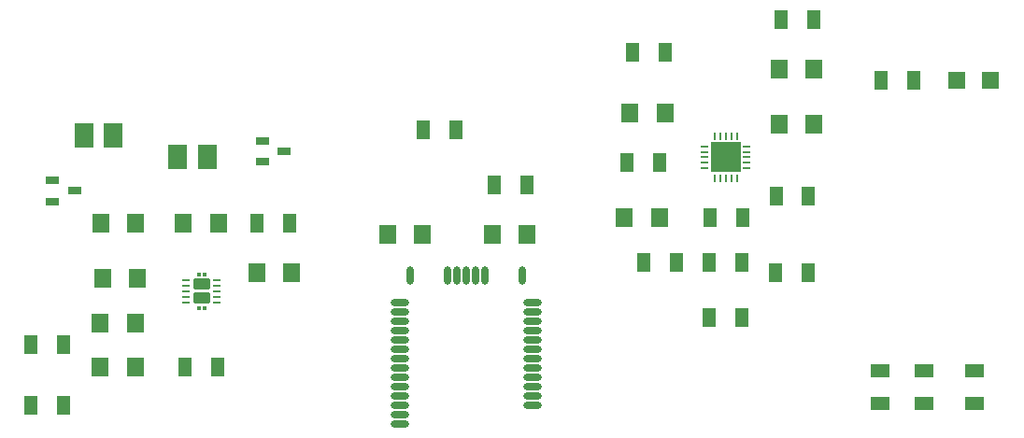
<source format=gbr>
%TF.GenerationSoftware,KiCad,Pcbnew,8.0.1*%
%TF.CreationDate,2024-04-01T02:15:42+02:00*%
%TF.ProjectId,ef_hbmob,65665f68-626d-46f6-922e-6b696361645f,rev?*%
%TF.SameCoordinates,Original*%
%TF.FileFunction,Paste,Top*%
%TF.FilePolarity,Positive*%
%FSLAX46Y46*%
G04 Gerber Fmt 4.6, Leading zero omitted, Abs format (unit mm)*
G04 Created by KiCad (PCBNEW 8.0.1) date 2024-04-01 02:15:42*
%MOMM*%
%LPD*%
G01*
G04 APERTURE LIST*
G04 Aperture macros list*
%AMRoundRect*
0 Rectangle with rounded corners*
0 $1 Rounding radius*
0 $2 $3 $4 $5 $6 $7 $8 $9 X,Y pos of 4 corners*
0 Add a 4 corners polygon primitive as box body*
4,1,4,$2,$3,$4,$5,$6,$7,$8,$9,$2,$3,0*
0 Add four circle primitives for the rounded corners*
1,1,$1+$1,$2,$3*
1,1,$1+$1,$4,$5*
1,1,$1+$1,$6,$7*
1,1,$1+$1,$8,$9*
0 Add four rect primitives between the rounded corners*
20,1,$1+$1,$2,$3,$4,$5,0*
20,1,$1+$1,$4,$5,$6,$7,0*
20,1,$1+$1,$6,$7,$8,$9,0*
20,1,$1+$1,$8,$9,$2,$3,0*%
G04 Aperture macros list end*
%ADD10R,1.210000X1.700000*%
%ADD11R,1.490000X1.730000*%
%ADD12R,1.790000X2.200000*%
%ADD13R,1.700000X1.210000*%
%ADD14R,1.250000X0.700000*%
%ADD15RoundRect,0.025000X-0.100000X-0.145000X0.100000X-0.145000X0.100000X0.145000X-0.100000X0.145000X0*%
%ADD16RoundRect,0.106000X-0.644000X-0.424000X0.644000X-0.424000X0.644000X0.424000X-0.644000X0.424000X0*%
%ADD17RoundRect,0.060000X-0.240000X-0.060000X0.240000X-0.060000X0.240000X0.060000X-0.240000X0.060000X0*%
%ADD18R,1.190000X1.730000*%
%ADD19R,0.280000X0.660000*%
%ADD20R,0.660000X0.280000*%
%ADD21R,2.700000X2.700000*%
%ADD22O,1.700000X0.600000*%
%ADD23O,0.600000X1.700000*%
%ADD24R,1.630000X1.600000*%
G04 APERTURE END LIST*
D10*
%TO.C,R11*%
X95507157Y-55967157D03*
X98467157Y-55967157D03*
%TD*%
%TO.C,R18*%
X80507157Y-64467157D03*
X83467157Y-64467157D03*
%TD*%
%TO.C,R8*%
X127507157Y-68967157D03*
X130467157Y-68967157D03*
%TD*%
D11*
%TO.C,C9*%
X66467157Y-69467157D03*
X69647157Y-69467157D03*
%TD*%
D12*
%TO.C,D1*%
X64787157Y-56467157D03*
X67467157Y-56467157D03*
%TD*%
D13*
%TO.C,R17*%
X145467157Y-80797157D03*
X145467157Y-77837157D03*
%TD*%
D10*
%TO.C,R7*%
X130927157Y-45967157D03*
X127967157Y-45967157D03*
%TD*%
%TO.C,R5*%
X121507157Y-63967157D03*
X124467157Y-63967157D03*
%TD*%
D14*
%TO.C,Q3*%
X80967157Y-56967157D03*
X80967157Y-58867157D03*
X82967157Y-57917157D03*
%TD*%
D11*
%TO.C,C8*%
X69467157Y-77467157D03*
X66287157Y-77467157D03*
%TD*%
D15*
%TO.C,U2*%
X75217157Y-69067157D03*
X75217157Y-72127157D03*
D16*
X75467157Y-69967157D03*
X75467157Y-71227157D03*
D15*
X75717157Y-69067157D03*
X75717157Y-72127157D03*
D17*
X74067157Y-69597157D03*
X74067157Y-70097157D03*
X74067157Y-70597157D03*
X74067157Y-71097157D03*
X74067157Y-71597157D03*
X76867157Y-71597157D03*
X76867157Y-71097157D03*
X76867157Y-70597157D03*
X76867157Y-70097157D03*
X76867157Y-69597157D03*
%TD*%
D11*
%TO.C,C5*%
X113787157Y-63967157D03*
X116967157Y-63967157D03*
%TD*%
D10*
%TO.C,R1*%
X60007157Y-80967157D03*
X62967157Y-80967157D03*
%TD*%
D11*
%TO.C,C2*%
X127787157Y-50467157D03*
X130967157Y-50467157D03*
%TD*%
%TO.C,C11*%
X114287157Y-54467157D03*
X117467157Y-54467157D03*
%TD*%
%TO.C,C10*%
X73787157Y-64467157D03*
X76967157Y-64467157D03*
%TD*%
D12*
%TO.C,D2*%
X75967157Y-58467157D03*
X73287157Y-58467157D03*
%TD*%
D18*
%TO.C,F1*%
X130467157Y-61967157D03*
X127567157Y-61967157D03*
%TD*%
D11*
%TO.C,C3*%
X101787157Y-65467157D03*
X104967157Y-65467157D03*
%TD*%
D10*
%TO.C,R3*%
X114007157Y-58967157D03*
X116967157Y-58967157D03*
%TD*%
D14*
%TO.C,Q1*%
X61967157Y-60567157D03*
X61967157Y-62467157D03*
X63967157Y-61517157D03*
%TD*%
D11*
%TO.C,C6*%
X92287157Y-65467157D03*
X95467157Y-65467157D03*
%TD*%
%TO.C,C1*%
X66320000Y-64467157D03*
X69500000Y-64467157D03*
%TD*%
D13*
%TO.C,R16*%
X140967157Y-80797157D03*
X140967157Y-77837157D03*
%TD*%
D10*
%TO.C,R14*%
X139967157Y-51467157D03*
X137007157Y-51467157D03*
%TD*%
%TO.C,R10*%
X73967157Y-77467157D03*
X76927157Y-77467157D03*
%TD*%
D19*
%TO.C,BT2*%
X121967157Y-60377157D03*
X122467157Y-60377157D03*
X122967157Y-60377157D03*
X123467157Y-60377157D03*
X123967157Y-60377157D03*
D20*
X124877157Y-59467157D03*
X124877157Y-58967157D03*
X124877157Y-58467157D03*
X124877157Y-57967157D03*
X124877157Y-57467157D03*
D19*
X123967157Y-56557157D03*
X123467157Y-56557157D03*
X122967157Y-56557157D03*
X122467157Y-56557157D03*
X121967157Y-56557157D03*
D20*
X121057157Y-57467157D03*
X121057157Y-57967157D03*
X121057157Y-58467157D03*
X121057157Y-58967157D03*
X121057157Y-59467157D03*
D21*
X122967157Y-58467157D03*
%TD*%
D11*
%TO.C,C4*%
X127787157Y-55467157D03*
X130967157Y-55467157D03*
%TD*%
D22*
%TO.C,U1*%
X105467157Y-80967157D03*
X105467157Y-80116834D03*
X105467157Y-79266543D03*
X105467157Y-78416253D03*
X105467157Y-77565962D03*
X105467157Y-76715672D03*
X105467157Y-75865382D03*
X105467157Y-75015091D03*
X105467157Y-74164801D03*
X105467157Y-73314510D03*
X105467157Y-72464220D03*
X105467157Y-71607730D03*
D23*
X104561442Y-69157717D03*
X101163348Y-69157717D03*
X100313825Y-69157717D03*
X99464302Y-69157717D03*
X98614778Y-69157717D03*
X97765255Y-69157717D03*
X94366687Y-69157717D03*
D22*
X93467158Y-71613930D03*
X93467158Y-72464223D03*
X93467158Y-73314516D03*
X93467158Y-74164809D03*
X93467158Y-75015101D03*
X93467158Y-75865394D03*
X93467158Y-76715687D03*
X93467158Y-77565980D03*
X93467158Y-78416273D03*
X93467158Y-79266566D03*
X93467158Y-80116859D03*
X93467158Y-80967152D03*
X93467158Y-81817445D03*
X93467158Y-82667738D03*
%TD*%
D10*
%TO.C,R9*%
X124427157Y-72967157D03*
X121467157Y-72967157D03*
%TD*%
D11*
%TO.C,L1*%
X66287157Y-73467157D03*
X69467157Y-73467157D03*
%TD*%
D24*
%TO.C,D6*%
X146967157Y-51467157D03*
X143927157Y-51467157D03*
%TD*%
D10*
%TO.C,R13*%
X124427157Y-67967157D03*
X121467157Y-67967157D03*
%TD*%
D11*
%TO.C,C7*%
X80467157Y-68967157D03*
X83647157Y-68967157D03*
%TD*%
D13*
%TO.C,R15*%
X136967157Y-80797157D03*
X136967157Y-77837157D03*
%TD*%
D10*
%TO.C,R6*%
X114507157Y-48967157D03*
X117467157Y-48967157D03*
%TD*%
%TO.C,R4*%
X115507157Y-67967157D03*
X118467157Y-67967157D03*
%TD*%
%TO.C,R2*%
X60007157Y-75467157D03*
X62967157Y-75467157D03*
%TD*%
%TO.C,R12*%
X104927157Y-60967157D03*
X101967157Y-60967157D03*
%TD*%
M02*

</source>
